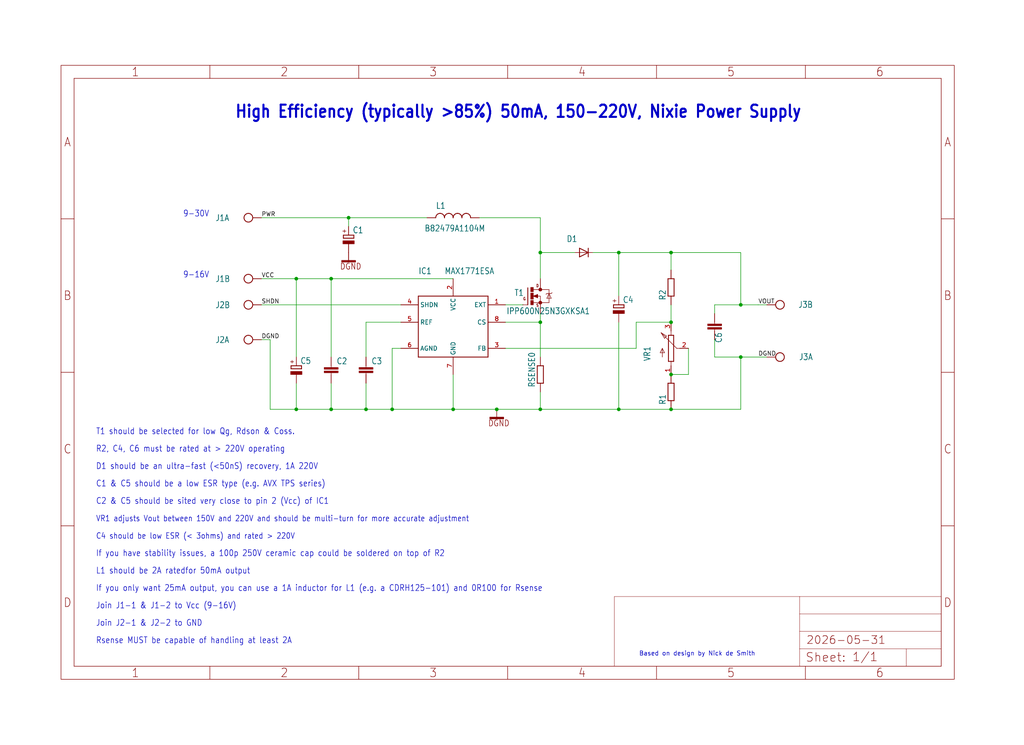
<source format=kicad_sch>
(kicad_sch (version 20250114) (generator "eeschema") (generator_version "9.0")
  (paper "User" 298.45 217.322)
  (title_block (title "Nixes power supply") (date "2025-04-11") (rev "0.1") (company "TK"))
  (lib_symbols
    (symbol "nixie_supply-eagle-import:A4L-LOC"
      (symbol "A4L-LOC_1_0"
        (polyline (pts (xy 0 134.3025) (xy 3.81 134.3025)))
        (polyline (pts (xy 0 89.535) (xy 3.81 89.535)))
        (polyline (pts (xy 0 44.7675) (xy 3.81 44.7675)))
        (polyline (pts (xy 0 0) (xy 260.35 0) (xy 260.35 179.07) (xy 0 179.07) (xy 0 0)))
        (polyline (pts (xy 3.81 3.81) (xy 3.81 175.26)))
        (polyline (pts (xy 43.3917 175.26) (xy 43.3917 179.07)))
        (polyline (pts (xy 43.3917 0) (xy 43.3917 3.81)))
        (polyline (pts (xy 86.7833 175.26) (xy 86.7833 179.07)))
        (polyline (pts (xy 86.7833 0) (xy 86.7833 3.81)))
        (polyline (pts (xy 130.175 175.26) (xy 130.175 179.07)))
        (polyline (pts (xy 130.175 0) (xy 130.175 3.81)))
        (polyline (pts (xy 161.29 24.13) (xy 215.265 24.13)) (stroke (width 0.1016)))
        (polyline (pts (xy 161.29 3.81) (xy 161.29 24.13)) (stroke (width 0.1016)))
        (polyline (pts (xy 173.5667 175.26) (xy 173.5667 179.07)))
        (polyline (pts (xy 173.5667 0) (xy 173.5667 3.81)))
        (polyline (pts (xy 215.265 24.13) (xy 256.54 24.13)) (stroke (width 0.1016)))
        (polyline (pts (xy 215.265 19.05) (xy 215.265 24.13)) (stroke (width 0.1016)))
        (polyline (pts (xy 215.265 19.05) (xy 256.54 19.05)) (stroke (width 0.1016)))
        (polyline (pts (xy 215.265 13.97) (xy 215.265 19.05)) (stroke (width 0.1016)))
        (polyline (pts (xy 215.265 13.97) (xy 256.54 13.97)) (stroke (width 0.1016)))
        (polyline (pts (xy 215.265 8.89) (xy 215.265 13.97)) (stroke (width 0.1016)))
        (polyline (pts (xy 215.265 8.89) (xy 215.265 3.81)) (stroke (width 0.1016)))
        (polyline (pts (xy 216.9583 175.26) (xy 216.9583 179.07)))
        (polyline (pts (xy 216.9583 0) (xy 216.9583 3.81)))
        (polyline (pts (xy 246.38 8.89) (xy 215.265 8.89)) (stroke (width 0.1016)))
        (polyline (pts (xy 246.38 8.89) (xy 256.54 8.89)) (stroke (width 0.1016)))
        (polyline (pts (xy 246.38 3.81) (xy 246.38 8.89)) (stroke (width 0.1016)))
        (polyline (pts (xy 256.54 175.26) (xy 3.81 175.26)))
        (polyline (pts (xy 256.54 134.3025) (xy 260.35 134.3025)))
        (polyline (pts (xy 256.54 89.535) (xy 260.35 89.535)))
        (polyline (pts (xy 256.54 44.7675) (xy 260.35 44.7675)))
        (polyline (pts (xy 256.54 19.05) (xy 256.54 24.13)) (stroke (width 0.1016)))
        (polyline (pts (xy 256.54 13.97) (xy 256.54 19.05)) (stroke (width 0.1016)))
        (polyline (pts (xy 256.54 8.89) (xy 256.54 13.97)) (stroke (width 0.1016)))
        (polyline (pts (xy 256.54 3.81) (xy 3.81 3.81)))
        (polyline (pts (xy 256.54 3.81) (xy 256.54 175.26)))
        (polyline (pts (xy 256.54 3.81) (xy 256.54 8.89)) (stroke (width 0.1016)))
        (text "A" (at 1.905 156.6863 0) (effects (font (size 2.54 2.286))))
        (text "B" (at 1.905 111.9188 0) (effects (font (size 2.54 2.286))))
        (text "C" (at 1.905 67.1513 0) (effects (font (size 2.54 2.286))))
        (text "D" (at 1.905 22.3838 0) (effects (font (size 2.54 2.286))))
        (text "1" (at 21.6958 177.165 0) (effects (font (size 2.54 2.286))))
        (text "1" (at 21.6958 1.905 0) (effects (font (size 2.54 2.286))))
        (text "2" (at 65.0875 177.165 0) (effects (font (size 2.54 2.286))))
        (text "2" (at 65.0875 1.905 0) (effects (font (size 2.54 2.286))))
        (text "3" (at 108.4792 177.165 0) (effects (font (size 2.54 2.286))))
        (text "3" (at 108.4792 1.905 0) (effects (font (size 2.54 2.286))))
        (text "4" (at 151.8708 177.165 0) (effects (font (size 2.54 2.286))))
        (text "4" (at 151.8708 1.905 0) (effects (font (size 2.54 2.286))))
        (text "5" (at 195.2625 177.165 0) (effects (font (size 2.54 2.286))))
        (text "5" (at 195.2625 1.905 0) (effects (font (size 2.54 2.286))))
        (text "Sheet:" (at 216.916 4.953 0) (effects (font (size 2.54 2.54)) (justify left bottom)))
        (text "${PROJECTNAME}" (at 217.17 15.24 0) (effects (font (size 2.54 2.54)) (justify left bottom)))
        (text "${CURRENT_DATE}" (at 217.17 10.16 0) (effects (font (size 2.286 2.286)) (justify left bottom)))
        (text "${#}/${##}" (at 230.505 5.08 0) (effects (font (size 2.54 2.54)) (justify left bottom)))
        (text "6" (at 238.6542 177.165 0) (effects (font (size 2.54 2.286))))
        (text "6" (at 238.6542 1.905 0) (effects (font (size 2.54 2.286))))
        (text "A" (at 258.445 156.6863 0) (effects (font (size 2.54 2.286))))
        (text "B" (at 258.445 111.9188 0) (effects (font (size 2.54 2.286))))
        (text "C" (at 258.445 67.1513 0) (effects (font (size 2.54 2.286))))
        (text "D" (at 258.445 22.3838 0) (effects (font (size 2.54 2.286))))
      )
    )
    (symbol "nixie_supply-eagle-import:C-EU-2420"
      (property "Reference" "C" (at 1.524 0.381 0))
      (symbol "C-EU-2420_1_0"
        (rectangle (start -2.032 -1.016) (end 2.032 -0.508) (fill (type outline)))
        (rectangle (start -2.032 -2.032) (end 2.032 -1.524) (fill (type outline)))
        (polyline (pts (xy 0 0) (xy 0 -0.508)) (stroke (width 0.1524)))
        (polyline (pts (xy 0 -2.54) (xy 0 -2.032)) (stroke (width 0.1524)))
        (pin passive line (at 0 2.54 270) (length 2.54) (name "1") (number "P$1"))
        (pin passive line (at 0 -5.08 90) (length 2.54) (name "2") (number "P$2"))
      )
    )
    (symbol "nixie_supply-eagle-import:C-EUC0805"
      (property "Reference" "C" (at 1.524 0.381 0))
      (symbol "C-EUC0805_1_0"
        (rectangle (start -2.032 -1.016) (end 2.032 -0.508) (fill (type outline)))
        (rectangle (start -2.032 -2.032) (end 2.032 -1.524) (fill (type outline)))
        (polyline (pts (xy 0 0) (xy 0 -0.508)) (stroke (width 0.1524)))
        (polyline (pts (xy 0 -2.54) (xy 0 -2.032)) (stroke (width 0.1524)))
        (pin passive line (at 0 2.54 270) (length 2.54) (name "1") (number "1"))
        (pin passive line (at 0 -5.08 90) (length 2.54) (name "2") (number "2"))
      )
    )
    (symbol "nixie_supply-eagle-import:C-POL-EU-NICHICON-UJ-12"
      (property "Reference" "C" (at 1.143 3.0226 0))
      (symbol "C-POL-EU-NICHICON-UJ-12_1_0"
        (rectangle (start -1.651 0) (end 1.651 0.889) (fill (type outline)))
        (polyline (pts (xy -1.524 2.54) (xy -1.524 1.651)) (stroke (width 0.254)))
        (polyline (pts (xy -1.524 2.54) (xy 1.524 2.54)) (stroke (width 0.254)))
        (polyline (pts (xy -1.524 1.651) (xy 1.524 1.651)) (stroke (width 0.254)))
        (polyline (pts (xy 1.524 1.651) (xy 1.524 2.54)) (stroke (width 0.254)))
        (text "+" (at -0.5842 2.9464 900) (effects (font (size 1.27 1.0795)) (justify left bottom)))
        (pin passive line (at 0 5.08 270) (length 2.54) (name "+") (number "2"))
        (pin passive line (at 0 -2.54 90) (length 2.54) (name "-") (number "1"))
      )
    )
    (symbol "nixie_supply-eagle-import:C-POL-EU7343"
      (property "Reference" "C" (at 1.143 3.0226 0))
      (symbol "C-POL-EU7343_1_0"
        (rectangle (start -1.651 0) (end 1.651 0.889) (fill (type outline)))
        (polyline (pts (xy -1.524 2.54) (xy -1.524 1.651)) (stroke (width 0.254)))
        (polyline (pts (xy -1.524 2.54) (xy 1.524 2.54)) (stroke (width 0.254)))
        (polyline (pts (xy -1.524 1.651) (xy 1.524 1.651)) (stroke (width 0.254)))
        (polyline (pts (xy 1.524 1.651) (xy 1.524 2.54)) (stroke (width 0.254)))
        (text "+" (at -0.5842 2.9464 900) (effects (font (size 1.27 1.0795)) (justify left bottom)))
        (pin passive line (at 0 5.08 270) (length 2.54) (name "+") (number "+"))
        (pin passive line (at 0 -2.54 90) (length 2.54) (name "-") (number "-"))
      )
    )
    (symbol "nixie_supply-eagle-import:DGND" (power)
      (symbol "DGND_1_0"
        (rectangle (start -2.032 -0.254) (end 2.032 0.254) (fill (type outline)))
        (text "DGND" (at -2.54 -2.54 0) (effects (font (size 1.778 1.5113)) (justify left bottom)))
        (pin power_in line (at 0 2.54 270) (length 2.54) (name "DGND") (number "1"))
      )
    )
    (symbol "nixie_supply-eagle-import:DIODE-SMC"
      (property "Reference" "D" (at 2.54 0.4826 0))
      (symbol "DIODE-SMC_1_0"
        (polyline (pts (xy -1.27 1.27) (xy -1.27 -1.27)) (stroke (width 0.254)))
        (polyline (pts (xy -1.27 -1.27) (xy 1.27 0)) (stroke (width 0.254)))
        (polyline (pts (xy 1.27 1.27) (xy 1.27 0)) (stroke (width 0.254)))
        (polyline (pts (xy 1.27 0) (xy -1.27 1.27)) (stroke (width 0.254)))
        (polyline (pts (xy 1.27 0) (xy 1.27 -1.27)) (stroke (width 0.254)))
        (pin passive line (at -2.54 0 0) (length 2.54) (name "A") (number "A"))
        (pin passive line (at 2.54 0 180) (length 2.54) (name "C") (number "C"))
      )
    )
    (symbol "nixie_supply-eagle-import:IRF740"
      (property "Reference" "Q" (at 7.62 2.54 0))
      (symbol "IRF740_1_0"
        (polyline (pts (xy -1.1176 2.413) (xy -1.1176 -2.54)) (stroke (width 0.254)))
        (polyline (pts (xy -1.1176 -2.54) (xy -2.54 -2.54)) (stroke (width 0.1524)))
        (rectangle (start -0.254 1.27) (end 0.508 2.54) (fill (type outline)))
        (rectangle (start -0.254 -0.889) (end 0.508 0.889) (fill (type outline)))
        (rectangle (start -0.254 -2.54) (end 0.508 -1.27) (fill (type outline)))
        (polyline (pts (xy 0.508 0) (xy 1.778 -0.508)) (stroke (width 0.1524)))
        (polyline (pts (xy 0.508 -1.905) (xy 2.54 -1.905)) (stroke (width 0.1524)))
        (polyline (pts (xy 0.762 0) (xy 1.651 -0.254)) (stroke (width 0.3048)))
        (polyline (pts (xy 1.651 0.254) (xy 0.762 0)) (stroke (width 0.3048)))
        (polyline (pts (xy 1.651 0) (xy 1.397 0)) (stroke (width 0.3048)))
        (polyline (pts (xy 1.651 0) (xy 2.54 0)) (stroke (width 0.1524)))
        (polyline (pts (xy 1.651 -0.254) (xy 1.651 0)) (stroke (width 0.3048)))
        (polyline (pts (xy 1.778 0.508) (xy 0.508 0)) (stroke (width 0.1524)))
        (polyline (pts (xy 1.778 -0.508) (xy 1.778 0.508)) (stroke (width 0.1524)))
        (polyline (pts (xy 2.54 2.54) (xy 2.54 1.905)) (stroke (width 0.1524)))
        (polyline (pts (xy 2.54 1.905) (xy 0.5334 1.905)) (stroke (width 0.1524)))
        (polyline (pts (xy 2.54 1.905) (xy 5.08 1.905)) (stroke (width 0.1524)))
        (circle (center 2.54 1.905) (radius 0.127) (stroke (width 0.4064)))
        (polyline (pts (xy 2.54 0) (xy 2.54 -1.905)) (stroke (width 0.1524)))
        (polyline (pts (xy 2.54 -1.905) (xy 2.54 -2.54)) (stroke (width 0.1524)))
        (circle (center 2.54 -1.905) (radius 0.127) (stroke (width 0.4064)))
        (polyline (pts (xy 4.445 0.762) (xy 4.191 0.508)) (stroke (width 0.1524)))
        (polyline (pts (xy 4.445 0.762) (xy 5.08 0.762)) (stroke (width 0.1524)))
        (polyline (pts (xy 4.445 -0.635) (xy 5.715 -0.635)) (stroke (width 0.1524)))
        (polyline (pts (xy 5.08 1.905) (xy 5.08 0.762)) (stroke (width 0.1524)))
        (polyline (pts (xy 5.08 0.762) (xy 4.445 -0.635)) (stroke (width 0.1524)))
        (polyline (pts (xy 5.08 0.762) (xy 5.08 -1.905)) (stroke (width 0.1524)))
        (polyline (pts (xy 5.08 0.762) (xy 5.715 0.762)) (stroke (width 0.1524)))
        (polyline (pts (xy 5.08 -1.905) (xy 2.54 -1.905)) (stroke (width 0.1524)))
        (polyline (pts (xy 5.715 0.762) (xy 5.969 1.016)) (stroke (width 0.1524)))
        (polyline (pts (xy 5.715 -0.635) (xy 5.08 0.762)) (stroke (width 0.1524)))
        (text "G" (at -2.54 -1.27 0) (effects (font (size 0.8128 0.6908)) (justify left bottom)))
        (text "D" (at 1.27 2.54 0) (effects (font (size 0.8128 0.6908)) (justify left bottom)))
        (text "S" (at 1.27 -3.175 0) (effects (font (size 0.8128 0.6908)) (justify left bottom)))
        (pin passive line (at -2.54 -2.54 0) (length 0) (name "G") (number "G"))
        (pin passive line (at 2.54 5.08 270) (length 2.54) (name "D") (number "D"))
        (pin passive line (at 2.54 -5.08 90) (length 2.54) (name "S") (number "S"))
      )
    )
    (symbol "nixie_supply-eagle-import:L-SMT-POWER-B82479"
      (property "Reference" "L" (at -5.08 2.54 0))
      (symbol "L-SMT-POWER-B82479_1_0"
        (arc (start -3.81 1.27) (mid -2.912 0.898) (end -2.54 0) (stroke (width 0.254)))
        (arc (start -5.08 0) (mid -4.708 0.898) (end -3.81 1.27) (stroke (width 0.254)))
        (arc (start -1.27 1.27) (mid -0.372 0.898) (end 0 0) (stroke (width 0.254)))
        (arc (start -2.54 0) (mid -2.168 0.898) (end -1.27 1.27) (stroke (width 0.254)))
        (arc (start 0 0) (mid 0.372 0.898) (end 1.27 1.27) (stroke (width 0.254)))
        (arc (start 1.27 1.27) (mid 2.168 0.898) (end 2.54 0) (stroke (width 0.254)))
        (arc (start 2.54 0) (mid 2.912 0.898) (end 3.81 1.27) (stroke (width 0.254)))
        (arc (start 3.81 1.27) (mid 4.708 0.898) (end 5.08 0) (stroke (width 0.254)))
        (pin passive line (at -7.62 0 0) (length 2.54) (name "1") (number "P$1"))
        (pin passive line (at 7.62 0 180) (length 2.54) (name "2") (number "P$2"))
      )
    )
    (symbol "nixie_supply-eagle-import:MAX1771ESA"
      (property "Reference" "IC" (at -10.414 10.668 0))
      (symbol "MAX1771ESA_1_0"
        (polyline (pts (xy -10.16 10.16) (xy 10.16 10.16)) (stroke (width 0.254)))
        (polyline (pts (xy -10.16 -7.62) (xy -10.16 10.16)) (stroke (width 0.254)))
        (polyline (pts (xy 10.16 10.16) (xy 10.16 -7.62)) (stroke (width 0.254)))
        (polyline (pts (xy 10.16 -7.62) (xy -10.16 -7.62)) (stroke (width 0.254)))
        (pin input line (at -15.24 7.62 0) (length 5.08) (name "SHDN") (number "4"))
        (pin input line (at -15.24 2.54 0) (length 5.08) (name "REF") (number "5"))
        (pin input line (at -15.24 -5.08 0) (length 5.08) (name "AGND") (number "6"))
        (pin input line (at 0 15.24 270) (length 5.08) (name "VCC") (number "2"))
        (pin input line (at 0 -12.7 90) (length 5.08) (name "GND") (number "7"))
        (pin output line (at 15.24 7.62 180) (length 5.08) (name "EXT") (number "1"))
        (pin input line (at 15.24 2.54 180) (length 5.08) (name "CS") (number "8"))
        (pin input line (at 15.24 -5.08 180) (length 5.08) (name "FB") (number "3"))
      )
    )
    (symbol "nixie_supply-eagle-import:R-EU_R0805"
      (property "Reference" "R" (at -3.81 1.4986 0))
      (symbol "R-EU_R0805_1_0"
        (polyline (pts (xy -2.54 -0.889) (xy -2.54 0.889)) (stroke (width 0.254)))
        (polyline (pts (xy -2.54 -0.889) (xy 2.54 -0.889)) (stroke (width 0.254)))
        (polyline (pts (xy 2.54 0.889) (xy -2.54 0.889)) (stroke (width 0.254)))
        (polyline (pts (xy 2.54 -0.889) (xy 2.54 0.889)) (stroke (width 0.254)))
        (pin passive line (at -5.08 0 0) (length 2.54) (name "1") (number "1"))
        (pin passive line (at 5.08 0 180) (length 2.54) (name "2") (number "2"))
      )
    )
    (symbol "nixie_supply-eagle-import:R-EU_R2010"
      (property "Reference" "R" (at -3.81 1.4986 0))
      (symbol "R-EU_R2010_1_0"
        (polyline (pts (xy -2.54 -0.889) (xy -2.54 0.889)) (stroke (width 0.254)))
        (polyline (pts (xy -2.54 -0.889) (xy 2.54 -0.889)) (stroke (width 0.254)))
        (polyline (pts (xy 2.54 0.889) (xy -2.54 0.889)) (stroke (width 0.254)))
        (polyline (pts (xy 2.54 -0.889) (xy 2.54 0.889)) (stroke (width 0.254)))
        (pin passive line (at -5.08 0 0) (length 2.54) (name "1") (number "1"))
        (pin passive line (at 5.08 0 180) (length 2.54) (name "2") (number "2"))
      )
    )
    (symbol "nixie_supply-eagle-import:R-EU_R2512"
      (property "Reference" "R" (at -3.81 1.4986 0))
      (symbol "R-EU_R2512_1_0"
        (polyline (pts (xy -2.54 -0.889) (xy -2.54 0.889)) (stroke (width 0.254)))
        (polyline (pts (xy -2.54 -0.889) (xy 2.54 -0.889)) (stroke (width 0.254)))
        (polyline (pts (xy 2.54 0.889) (xy -2.54 0.889)) (stroke (width 0.254)))
        (polyline (pts (xy 2.54 -0.889) (xy 2.54 0.889)) (stroke (width 0.254)))
        (pin passive line (at -5.08 0 0) (length 2.54) (name "1") (number "1"))
        (pin passive line (at 5.08 0 180) (length 2.54) (name "2") (number "2"))
      )
    )
    (symbol "nixie_supply-eagle-import:TERM-BLOCK-2-02IN"
      (property "Reference" "J" (at -16.002 -1.016 0))
      (symbol "TERM-BLOCK-2-02IN_1_0"
        (circle (center -6.35 0) (radius 1.27) (stroke (width 0.254)))
        (pin passive line (at -2.54 0 180) (length 2.54) (name "P$1") (number "1"))
      )
      (symbol "TERM-BLOCK-2-02IN_2_0"
        (circle (center -6.35 0) (radius 1.27) (stroke (width 0.254)))
        (pin passive line (at -2.54 0 180) (length 2.54) (name "P$1") (number "2"))
      )
    )
    (symbol "nixie_supply-eagle-import:TRIMPOT-3214W"
      (property "Reference" "VR" (at -5.969 -1.27 90))
      (symbol "TRIMPOT-3214W_1_0"
        (polyline (pts (xy -3.175 1.27) (xy -1.905 1.27)) (stroke (width 0.1524)))
        (polyline (pts (xy -2.8956 7.0866) (xy -1.905 5.461)) (stroke (width 0.1524)))
        (polyline (pts (xy -2.8956 7.0866) (xy -1.3208 6.1214)) (stroke (width 0.1524)))
        (polyline (pts (xy -2.54 2.54) (xy -3.175 1.27)) (stroke (width 0.1524)))
        (polyline (pts (xy -2.54 0) (xy -2.54 2.54)) (stroke (width 0.1524)))
        (polyline (pts (xy -1.905 5.461) (xy -1.3208 6.1214)) (stroke (width 0.1524)))
        (polyline (pts (xy -1.905 1.27) (xy -2.54 2.54)) (stroke (width 0.1524)))
        (polyline (pts (xy -0.762 6.35) (xy -0.762 -1.27)) (stroke (width 0.254)))
        (polyline (pts (xy -0.762 -1.27) (xy 0 -1.27)) (stroke (width 0.254)))
        (polyline (pts (xy 0 6.35) (xy -0.762 6.35)) (stroke (width 0.254)))
        (polyline (pts (xy 0 6.35) (xy 0 7.62)) (stroke (width 0.1524)))
        (polyline (pts (xy 0 -1.27) (xy 0.762 -1.27)) (stroke (width 0.254)))
        (polyline (pts (xy 0 -2.54) (xy 0 -1.27)) (stroke (width 0.1524)))
        (polyline (pts (xy 0.762 6.35) (xy 0 6.35)) (stroke (width 0.254)))
        (polyline (pts (xy 0.762 -1.27) (xy 0.762 6.35)) (stroke (width 0.254)))
        (polyline (pts (xy 1.651 2.54) (xy -2.8956 7.0866)) (stroke (width 0.1524)))
        (polyline (pts (xy 2.54 2.54) (xy 1.651 2.54)) (stroke (width 0.1524)))
        (pin passive line (at 0 10.16 270) (length 2.54) (name "B") (number "3"))
        (pin passive line (at 0 -5.08 90) (length 2.54) (name "A") (number "1"))
        (pin passive line (at 5.08 2.54 180) (length 2.54) (name "W") (number "2"))
      )
    )
  )
  (text "High Efficiency (typically >85%) 50mA, 150-220V, Nixie Power Supply" (at 68.326 34.798 0) (effects (font (size 3.556 3.0226) (thickness 0.6045) (bold yes)) (justify left bottom)))
  (text "C4 should be low ESR (< 3ohms) and rated > 220V" (at 27.94 157.48 0) (effects (font (size 1.6764 1.4249)) (justify left bottom)))
  (text "C2 & C5 should be sited very close to pin 2 (Vcc) of IC1" (at 27.94 147.32 0) (effects (font (size 1.778 1.5113)) (justify left bottom)))
  (text "D1 should be an ultra-fast (<50nS) recovery, 1A 220V" (at 27.94 137.16 0) (effects (font (size 1.778 1.5113)) (justify left bottom)))
  (text "9-30V" (at 53.34 63.5 0) (effects (font (size 1.778 1.5113)) (justify left bottom)))
  (text "Join J2-1 & J2-2 to GND" (at 27.94 182.88 0) (effects (font (size 1.778 1.5113)) (justify left bottom)))
  (text "Based on design by Nick de Smith" (at 203.2 190.754 0) (effects (font (size 1.27 1.27))))
  (text "L1 should be 2A ratedfor 50mA output" (at 27.94 167.64 0) (effects (font (size 1.778 1.5113)) (justify left bottom)))
  (text "If you have stability issues, a 100p 250V ceramic cap could be soldered on top of R2" (at 27.94 162.56 0) (effects (font (size 1.778 1.5113)) (justify left bottom)))
  (text "Rsense MUST be capable of handling at least 2A" (at 27.94 187.96 0) (effects (font (size 1.778 1.5113)) (justify left bottom)))
  (text "T1 should be selected for low Qg, Rdson & Coss." (at 27.94 127 0) (effects (font (size 1.778 1.5113)) (justify left bottom)))
  (text "Join J1-1 & J1-2 to Vcc (9-16V)" (at 27.94 177.8 0) (effects (font (size 1.778 1.5113)) (justify left bottom)))
  (text "VR1 adjusts Vout between 150V and 220V and should be multi-turn for more accurate adjustment" (at 27.94 152.4 0) (effects (font (size 1.6764 1.4249)) (justify left bottom)))
  (text "If you only want 25mA output, you can use a 1A inductor for L1 (e.g. a CDRH125-101) and 0R100 for Rsense" (at 27.94 172.72 0) (effects (font (size 1.778 1.5113)) (justify left bottom)))
  (text "R2, C4, C6 must be rated at > 220V operating" (at 27.94 132.08 0) (effects (font (size 1.778 1.5113)) (justify left bottom)))
  (text "C1 & C5 should be a low ESR type (e.g. AVX TPS series)" (at 27.94 142.24 0) (effects (font (size 1.778 1.5113)) (justify left bottom)))
  (text "9-16V" (at 53.34 81.28 0) (effects (font (size 1.778 1.5113)) (justify left bottom)))
  (junction (at 114.3 119.38))
  (junction (at 215.9 88.9))
  (junction (at 132.08 119.38))
  (junction (at 195.58 73.66))
  (junction (at 86.36 81.28))
  (junction (at 96.52 119.38))
  (junction (at 195.58 109.22))
  (junction (at 106.68 119.38))
  (junction (at 144.78 119.38))
  (junction (at 101.6 63.5))
  (junction (at 157.48 93.98))
  (junction (at 195.58 119.38))
  (junction (at 86.36 119.38))
  (junction (at 215.9 104.14))
  (junction (at 157.48 73.66))
  (junction (at 195.58 93.98))
  (junction (at 96.52 81.28))
  (junction (at 180.34 119.38))
  (junction (at 180.34 73.66))
  (junction (at 157.48 119.38))
  (wire (pts (xy 114.3 119.38) (xy 132.08 119.38)) (stroke (width 0.1524)))
  (wire (pts (xy 106.68 104.14) (xy 106.68 93.98)) (stroke (width 0.1524)))
  (wire (pts (xy 208.28 88.9) (xy 215.9 88.9)) (stroke (width 0.1524)))
  (wire (pts (xy 180.34 73.66) (xy 195.58 73.66)) (stroke (width 0.1524)))
  (wire (pts (xy 157.48 63.5) (xy 157.48 73.66)) (stroke (width 0.1524)))
  (wire (pts (xy 116.84 101.6) (xy 114.3 101.6)) (stroke (width 0.1524)))
  (wire (pts (xy 208.28 104.14) (xy 215.9 104.14)) (stroke (width 0.1524)))
  (wire (pts (xy 152.4 88.9) (xy 147.32 88.9)) (stroke (width 0.1524)))
  (wire (pts (xy 195.58 88.9) (xy 195.58 93.98)) (stroke (width 0.1524)))
  (wire (pts (xy 208.28 99.06) (xy 208.28 104.14)) (stroke (width 0.1524)))
  (wire (pts (xy 101.6 63.5) (xy 124.46 63.5)) (stroke (width 0.1524)))
  (wire (pts (xy 96.52 119.38) (xy 106.68 119.38)) (stroke (width 0.1524)))
  (wire (pts (xy 172.72 73.66) (xy 180.34 73.66)) (stroke (width 0.1524)))
  (wire (pts (xy 106.68 93.98) (xy 116.84 93.98)) (stroke (width 0.1524)))
  (wire (pts (xy 220.98 88.9) (xy 223.52 88.9)))
  (wire (pts (xy 132.08 119.38) (xy 144.78 119.38)) (stroke (width 0.1524)))
  (wire (pts (xy 106.68 119.38) (xy 114.3 119.38)) (stroke (width 0.1524)))
  (wire (pts (xy 86.36 81.28) (xy 76.2 81.28)) (stroke (width 0.1524)))
  (wire (pts (xy 147.32 101.6) (xy 185.42 101.6)) (stroke (width 0.1524)))
  (wire (pts (xy 101.6 66.04) (xy 101.6 63.5)) (stroke (width 0.1524)))
  (wire (pts (xy 132.08 119.38) (xy 132.08 109.22)) (stroke (width 0.1524)))
  (wire (pts (xy 157.48 119.38) (xy 180.34 119.38)) (stroke (width 0.1524)))
  (wire (pts (xy 157.48 114.3) (xy 157.48 119.38)) (stroke (width 0.1524)))
  (wire (pts (xy 139.7 63.5) (xy 157.48 63.5)) (stroke (width 0.1524)))
  (wire (pts (xy 86.36 119.38) (xy 96.52 119.38)) (stroke (width 0.1524)))
  (wire (pts (xy 215.9 88.9) (xy 220.98 88.9)) (stroke (width 0.1524)))
  (wire (pts (xy 86.36 104.14) (xy 86.36 81.28)) (stroke (width 0.1524)))
  (wire (pts (xy 76.2 99.06) (xy 78.74 99.06)) (stroke (width 0.1524)))
  (wire (pts (xy 86.36 111.76) (xy 86.36 119.38)) (stroke (width 0.1524)))
  (wire (pts (xy 195.58 73.66) (xy 215.9 73.66)) (stroke (width 0.1524)))
  (wire (pts (xy 185.42 93.98) (xy 195.58 93.98)) (stroke (width 0.1524)))
  (wire (pts (xy 132.08 81.28) (xy 96.52 81.28)) (stroke (width 0.1524)))
  (wire (pts (xy 180.34 119.38) (xy 195.58 119.38)) (stroke (width 0.1524)))
  (wire (pts (xy 195.58 78.74) (xy 195.58 73.66)) (stroke (width 0.1524)))
  (wire (pts (xy 106.68 111.76) (xy 106.68 119.38)) (stroke (width 0.1524)))
  (wire (pts (xy 195.58 109.22) (xy 200.66 109.22)) (stroke (width 0.1524)))
  (wire (pts (xy 144.78 119.38) (xy 157.48 119.38)) (stroke (width 0.1524)))
  (wire (pts (xy 157.48 93.98) (xy 157.48 91.44)) (stroke (width 0.1524)))
  (wire (pts (xy 157.48 73.66) (xy 157.48 81.28)) (stroke (width 0.1524)))
  (wire (pts (xy 147.32 93.98) (xy 157.48 93.98)) (stroke (width 0.1524)))
  (wire (pts (xy 200.66 109.22) (xy 200.66 101.6)) (stroke (width 0.1524)))
  (wire (pts (xy 96.52 81.28) (xy 86.36 81.28)) (stroke (width 0.1524)))
  (wire (pts (xy 96.52 111.76) (xy 96.52 119.38)) (stroke (width 0.1524)))
  (wire (pts (xy 78.74 119.38) (xy 86.36 119.38)) (stroke (width 0.1524)))
  (wire (pts (xy 215.9 104.14) (xy 215.9 119.38)) (stroke (width 0.1524)))
  (wire (pts (xy 180.34 73.66) (xy 180.34 86.36)) (stroke (width 0.1524)))
  (wire (pts (xy 195.58 119.38) (xy 215.9 119.38)) (stroke (width 0.1524)))
  (wire (pts (xy 180.34 93.98) (xy 180.34 119.38)) (stroke (width 0.1524)))
  (wire (pts (xy 223.52 104.14) (xy 215.9 104.14)) (stroke (width 0.1524)))
  (wire (pts (xy 114.3 101.6) (xy 114.3 119.38)) (stroke (width 0.1524)))
  (wire (pts (xy 208.28 91.44) (xy 208.28 88.9)) (stroke (width 0.1524)))
  (wire (pts (xy 116.84 88.9) (xy 76.2 88.9)) (stroke (width 0.1524)))
  (wire (pts (xy 101.6 63.5) (xy 76.2 63.5)) (stroke (width 0.1524)))
  (wire (pts (xy 185.42 101.6) (xy 185.42 93.98)) (stroke (width 0.1524)))
  (wire (pts (xy 167.64 73.66) (xy 157.48 73.66)) (stroke (width 0.1524)))
  (wire (pts (xy 96.52 104.14) (xy 96.52 81.28)) (stroke (width 0.1524)))
  (wire (pts (xy 157.48 104.14) (xy 157.48 93.98)) (stroke (width 0.1524)))
  (wire (pts (xy 78.74 119.38) (xy 78.74 99.06)) (stroke (width 0.1524)))
  (wire (pts (xy 215.9 73.66) (xy 215.9 88.9)) (stroke (width 0.1524)))
  (label "SHDN" (at 76.2 88.9 0) (effects (font (size 1.2446 1.2446))))
  (label "VOUT" (at 220.98 88.9 0) (effects (font (size 1.2446 1.2446))))
  (label "DGND" (at 76.2 99.06 0) (effects (font (size 1.2446 1.2446))))
  (label "PWR" (at 76.2 63.5 0) (effects (font (size 1.2446 1.2446))))
  (label "DGND" (at 220.98 104.14 0) (effects (font (size 1.2446 1.2446))))
  (label "VCC" (at 76.2 81.28 0) (effects (font (size 1.2446 1.2446))))
  (symbol (lib_id "nixie_supply-eagle-import:TERM-BLOCK-2-02IN") (at 78.74 88.9 0) (unit 2)
    (property "Reference" "J2" (at 62.738 89.916 0) (effects (font (size 1.778 1.5113)) (justify left bottom)))
    (property "Value" "TERM-BLOCK-2-02IN" (effects (hide yes)))
    (property "Footprint" "nixie_supply:SCREW-2-02" (effects (hide yes)))
  )
  (symbol (lib_id "nixie_supply-eagle-import:A4L-LOC") (at 17.78 198.12 0) (unit 1)
    (property "Reference" "#F1" (effects (hide yes)))
    (property "Value" "A4L-LOC" (effects (hide yes)))
  )
  (symbol (lib_id "nixie_supply-eagle-import:C-EUC0805") (at 96.52 106.68 0) (unit 1)
    (property "Reference" "C2" (at 98.044 106.299 0) (effects (font (size 1.778 1.5113)) (justify left bottom)))
    (property "Value" "C-EUC0805" (effects (hide yes)))
    (property "Footprint" "Capacitor_SMD:C_0805_2012Metric" (effects (hide yes)))
  )
  (symbol (lib_id "nixie_supply-eagle-import:C-POL-EU-NICHICON-UJ-12") (at 180.34 91.44 0) (unit 1)
    (property "Reference" "C4" (at 181.483 88.4174 0) (effects (font (size 1.778 1.5113)) (justify left bottom)))
    (property "Value" "C-POL-EU-NICHICON-UJ-12" (effects (hide yes)))
    (property "Footprint" "Capacitor_SMD:CP_Elec_8x10" (effects (hide yes)))
  )
  (symbol (lib_id "nixie_supply-eagle-import:TRIMPOT-3214W") (at 195.58 104.14 0) (unit 1)
    (property "Reference" "VR1" (at 189.611 105.41 90) (effects (font (size 1.778 1.5113)) (justify left bottom)))
    (property "Value" "TRIMPOT-3214W" (effects (hide yes)))
    (property "Footprint" "nixie_supply:BOURNS-3214W" (effects (hide yes)))
  )
  (symbol (lib_id "nixie_supply-eagle-import:IRF740") (at 154.94 86.36 0) (unit 1)
    (property "Reference" "T1" (at 149.86 86.36 0) (effects (font (size 1.778 1.5113)) (justify left bottom)))
    (property "Value" "IPP600N25N3GXKSA1" (at 147.574 91.694 0) (effects (font (size 1.778 1.5113)) (justify left bottom)))
    (property "Footprint" "nixie_supply:TO220BV" (effects (hide yes)))
  )
  (symbol (lib_id "nixie_supply-eagle-import:TERM-BLOCK-2-02IN") (at 78.74 99.06 0) (unit 1)
    (property "Reference" "J2" (at 62.738 100.076 0) (effects (font (size 1.778 1.5113)) (justify left bottom)))
    (property "Value" "TERM-BLOCK-2-02IN" (effects (hide yes)))
    (property "Footprint" "nixie_supply:SCREW-2-02" (effects (hide yes)))
  )
  (symbol (lib_id "nixie_supply-eagle-import:TERM-BLOCK-2-02IN") (at 220.98 88.9 180) (unit 2)
    (property "Reference" "J3" (at 236.982 87.884 0) (effects (font (size 1.778 1.5113)) (justify left bottom)))
    (property "Value" "TERM-BLOCK-2-02IN" (effects (hide yes)))
    (property "Footprint" "nixie_supply:SCREW-2-02" (effects (hide yes)))
  )
  (symbol (lib_id "nixie_supply-eagle-import:R-EU_R2010") (at 157.48 109.22 90) (unit 1)
    (property "Reference" "RSENSE0" (at 155.9814 113.03 0) (effects (font (size 1.778 1.5113)) (justify left bottom)))
    (property "Value" "R-EU_R2010" (effects (hide yes)))
    (property "Footprint" "nixie_supply:R2010" (effects (hide yes)))
  )
  (symbol (lib_id "nixie_supply-eagle-import:DGND") (at 144.78 121.92 0) (unit 1)
    (property "Reference" "#DGND01" (effects (hide yes)))
    (property "Value" "DGND" (effects (hide yes)))
  )
  (symbol (lib_id "nixie_supply-eagle-import:L-SMT-POWER-B82479") (at 132.08 63.5 0) (unit 1)
    (property "Reference" "L1" (at 127 60.96 0) (effects (font (size 1.778 1.5113)) (justify left bottom)))
    (property "Value" "B82479A1104M" (at 123.698 67.564 0) (effects (font (size 1.778 1.5113)) (justify left bottom)))
    (property "Footprint" "nixie_supply:L-B82479" (effects (hide yes)))
  )
  (symbol (lib_id "nixie_supply-eagle-import:TERM-BLOCK-2-02IN") (at 220.98 104.14 180) (unit 1)
    (property "Reference" "J3" (at 236.982 103.124 0) (effects (font (size 1.778 1.5113)) (justify left bottom)))
    (property "Value" "TERM-BLOCK-2-02IN" (effects (hide yes)))
    (property "Footprint" "nixie_supply:SCREW-2-02" (effects (hide yes)))
  )
  (symbol (lib_id "nixie_supply-eagle-import:MAX1771ESA") (at 132.08 96.52 0) (unit 1)
    (property "Reference" "IC1" (at 121.92 80.01 0) (effects (font (size 1.778 1.5113)) (justify left bottom)))
    (property "Value" "MAX1771ESA" (at 129.54 80.01 0) (effects (font (size 1.778 1.5113)) (justify left bottom)))
    (property "Footprint" "nixie_supply:SO-8" (effects (hide yes)))
  )
  (symbol (lib_id "nixie_supply-eagle-import:R-EU_R0805") (at 195.58 114.3 90) (unit 1)
    (property "Reference" "R1" (at 194.0814 118.11 0) (effects (font (size 1.778 1.5113)) (justify left bottom)))
    (property "Value" "R-EU_R0805" (effects (hide yes)))
    (property "Footprint" "Resistor_SMD:R_0805_2012Metric" (effects (hide yes)))
  )
  (symbol (lib_id "nixie_supply-eagle-import:DIODE-SMC") (at 170.18 73.66 0) (unit 1)
    (property "Reference" "D1" (at 165.1 70.6374 0) (effects (font (size 1.778 1.5113)) (justify left bottom)))
    (property "Value" "GS1MWG_R1_00001" (effects (hide yes)))
    (property "Footprint" "nixie_supply:SMC" (effects (hide yes)))
  )
  (symbol (lib_id "nixie_supply-eagle-import:R-EU_R2512") (at 195.58 83.82 90) (unit 1)
    (property "Reference" "R2" (at 194.0814 87.63 0) (effects (font (size 1.778 1.5113)) (justify left bottom)))
    (property "Value" "R-EU_R2512" (effects (hide yes)))
    (property "Footprint" "nixie_supply:R2512" (effects (hide yes)))
  )
  (symbol (lib_id "nixie_supply-eagle-import:DGND") (at 101.6 76.2 0) (unit 1)
    (property "Reference" "#DGND02" (effects (hide yes)))
    (property "Value" "DGND" (effects (hide yes)))
  )
  (symbol (lib_id "nixie_supply-eagle-import:TERM-BLOCK-2-02IN") (at 78.74 81.28 0) (unit 2)
    (property "Reference" "J1" (at 62.738 82.296 0) (effects (font (size 1.778 1.5113)) (justify left bottom)))
    (property "Value" "TERM-BLOCK-2-02IN" (effects (hide yes)))
    (property "Footprint" "nixie_supply:SCREW-2-02" (effects (hide yes)))
  )
  (symbol (lib_id "nixie_supply-eagle-import:C-EU-2420") (at 208.28 93.98 0) (unit 1)
    (property "Reference" "C6" (at 210.439 100.076 90) (effects (font (size 1.778 1.5113)) (justify left bottom)))
    (property "Value" "C-EU-2420" (effects (hide yes)))
    (property "Footprint" "nixie_supply:C2420" (effects (hide yes)))
  )
  (symbol (lib_id "nixie_supply-eagle-import:C-EUC0805") (at 106.68 106.68 0) (unit 1)
    (property "Reference" "C3" (at 108.204 106.299 0) (effects (font (size 1.778 1.5113)) (justify left bottom)))
    (property "Value" "C-EUC0805" (effects (hide yes)))
    (property "Footprint" "Capacitor_SMD:C_0805_2012Metric" (effects (hide yes)))
  )
  (symbol (lib_id "nixie_supply-eagle-import:C-POL-EU7343") (at 101.6 71.12 0) (unit 1)
    (property "Reference" "C1" (at 102.743 68.0974 0) (effects (font (size 1.778 1.5113)) (justify left bottom)))
    (property "Value" "C-POL-EU7343" (effects (hide yes)))
    (property "Footprint" "nixie_supply:C-EIA-7343" (effects (hide yes)))
  )
  (symbol (lib_id "nixie_supply-eagle-import:TERM-BLOCK-2-02IN") (at 78.74 63.5 0) (unit 1)
    (property "Reference" "J1" (at 62.738 64.516 0) (effects (font (size 1.778 1.5113)) (justify left bottom)))
    (property "Value" "TERM-BLOCK-2-02IN" (effects (hide yes)))
    (property "Footprint" "nixie_supply:SCREW-2-02" (effects (hide yes)))
  )
  (symbol (lib_id "nixie_supply-eagle-import:C-POL-EU7343") (at 86.36 109.22 0) (unit 1)
    (property "Reference" "C5" (at 87.503 106.1974 0) (effects (font (size 1.778 1.5113)) (justify left bottom)))
    (property "Value" "C-POL-EU7343" (effects (hide yes)))
    (property "Footprint" "nixie_supply:C-EIA-7343" (effects (hide yes)))
  )
)
</source>
